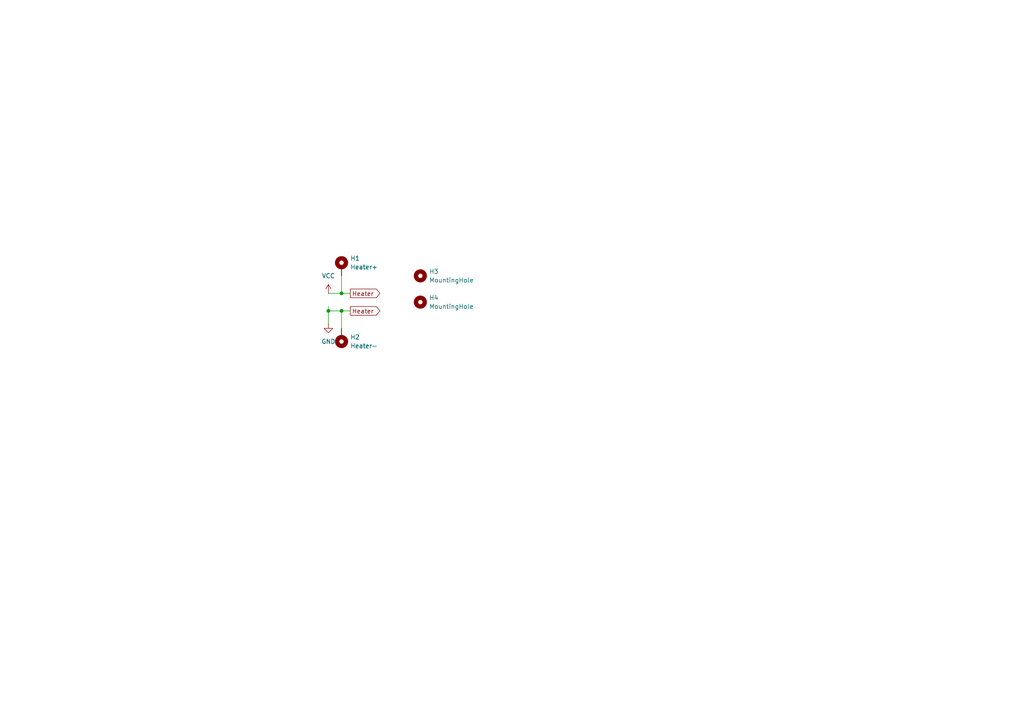
<source format=kicad_sch>
(kicad_sch (version 20231120) (generator "eeschema") (generator_version "8.0")
  (paper "A4")
  (lib_symbols
    (symbol "Mechanical:MountingHole" (pin_names (offset 1.016)) (exclude_from_sim yes) (in_bom no)
      (property "Reference" "H" (at 0 5.08 0))
      (property "Value" "MountingHole" (at 0 3.175 0))
      (symbol "MountingHole_0_1"
        (circle (center 0 0) (radius 1.27) (stroke (width 1.27)))
      )
    )
    (symbol "Mechanical:MountingHole_Pad" (pin_numbers hide) (pin_names (offset 1.016) hide) (exclude_from_sim yes) (in_bom no)
      (property "Reference" "H" (at 0 6.35 0))
      (property "Value" "MountingHole_Pad" (at 0 4.445 0))
      (symbol "MountingHole_Pad_0_1"
        (circle (center 0 1.27) (radius 1.27) (stroke (width 1.27)))
      )
      (symbol "MountingHole_Pad_1_1"
        (pin input line (at 0 -2.54 90) (length 2.54) (name "1") (number "1"))
      )
    )
    (symbol "power:GND" (power) (pin_numbers hide) (pin_names (offset 0) hide)
      (property "Value" "GND" (at 0 -3.81 0))
      (symbol "GND_0_1"
        (polyline (pts (xy 0 0) (xy 0 -1.27) (xy 1.27 -1.27) (xy 0 -2.54) (xy -1.27 -1.27) (xy 0 -1.27)))
      )
      (symbol "GND_1_1"
        (pin power_in line (at 0 0 270) (length 0) (name "~") (number "1"))
      )
    )
    (symbol "power:VCC" (power) (pin_numbers hide) (pin_names (offset 0) hide)
      (property "Value" "VCC" (at 0 3.556 0))
      (symbol "VCC_0_1"
        (polyline (pts (xy -0.762 1.27) (xy 0 2.54)))
        (polyline (pts (xy 0 0) (xy 0 2.54)))
        (polyline (pts (xy 0 2.54) (xy 0.762 1.27)))
      )
      (symbol "VCC_1_1"
        (pin power_in line (at 0 0 90) (length 0) (name "~") (number "1"))
      )
    )
  )
  (junction (at 95.25 90.17))
  (junction (at 99.06 85.09))
  (junction (at 99.06 90.17))
  (wire (pts (xy 99.06 85.09) (xy 101.6 85.09)))
  (wire (pts (xy 99.06 90.17) (xy 101.6 90.17)))
  (wire (pts (xy 95.25 90.17) (xy 99.06 90.17)))
  (wire (pts (xy 99.06 90.17) (xy 99.06 95.25)))
  (wire (pts (xy 95.25 90.17) (xy 95.25 88.9)))
  (wire (pts (xy 95.25 93.98) (xy 95.25 90.17)))
  (wire (pts (xy 95.25 85.09) (xy 99.06 85.09)))
  (wire (pts (xy 99.06 80.01) (xy 99.06 85.09)))
  (global_label "Heater" (shape output) (at 101.6 90.17 0) (property "Intersheetrefs" "${INTERSHEET_REFS}" (effects (hide yes))))
  (global_label "Heater" (shape output) (at 101.6 85.09 0) (property "Intersheetrefs" "${INTERSHEET_REFS}" (effects (hide yes))))
  (symbol (lib_id "power:VCC") (at 95.25 85.09 0) (unit 1)
    (property "Reference" "#PWR01" (effects (hide yes)))
    (property "Value" "VCC" (at 95.25 80.01 0))
    (property "Description" "Power symbol creates a global label with name \"VCC\"" (effects (hide yes)))
  )
  (symbol (lib_id "power:GND") (at 95.25 93.98 0) (unit 1)
    (property "Reference" "#PWR02" (effects (hide yes)))
    (property "Value" "GND" (at 95.25 99.06 0))
    (property "Description" "Power symbol creates a global label with name \"GND\" , ground" (effects (hide yes)))
  )
  (symbol (lib_id "Mechanical:MountingHole_Pad") (at 99.06 77.47 0) (unit 1) (exclude_from_sim yes) (in_bom no)
    (property "Reference" "H1" (at 101.6 74.9299 0) (effects (justify left)))
    (property "Value" "Heater+" (at 101.6 77.4699 0) (effects (justify left)))
    (property "Footprint" "MountingHole:MountingHole_3.2mm_M3_Pad_TopOnly" (effects (hide yes)))
    (property "Description" "Mounting Hole with connection" (effects (hide yes)))
  )
  (symbol (lib_id "Mechanical:MountingHole") (at 121.92 80.01 0) (unit 1) (exclude_from_sim yes) (in_bom no)
    (property "Reference" "H3" (at 124.46 78.7399 0) (effects (justify left)))
    (property "Value" "MountingHole" (at 124.46 81.2799 0) (effects (justify left)))
    (property "Footprint" "MountingHole:MountingHole_3.2mm_M3" (effects (hide yes)))
    (property "Description" "Mounting Hole without connection" (effects (hide yes)))
  )
  (symbol (lib_id "Mechanical:MountingHole") (at 121.92 87.63 0) (unit 1) (exclude_from_sim yes) (in_bom no)
    (property "Reference" "H4" (at 124.46 86.3599 0) (effects (justify left)))
    (property "Value" "MountingHole" (at 124.46 88.8999 0) (effects (justify left)))
    (property "Footprint" "MountingHole:MountingHole_3.2mm_M3" (effects (hide yes)))
    (property "Description" "Mounting Hole without connection" (effects (hide yes)))
  )
  (symbol (lib_id "Mechanical:MountingHole_Pad") (at 99.06 97.79 180) (unit 1) (exclude_from_sim yes) (in_bom no)
    (property "Reference" "H2" (at 101.6 97.7899 0) (effects (justify right)))
    (property "Value" "Heater-" (at 101.6 100.3299 0) (effects (justify right)))
    (property "Footprint" "MountingHole:MountingHole_3.2mm_M3_Pad_TopOnly" (effects (hide yes)))
    (property "Description" "Mounting Hole with connection" (effects (hide yes)))
  )
)
</source>
